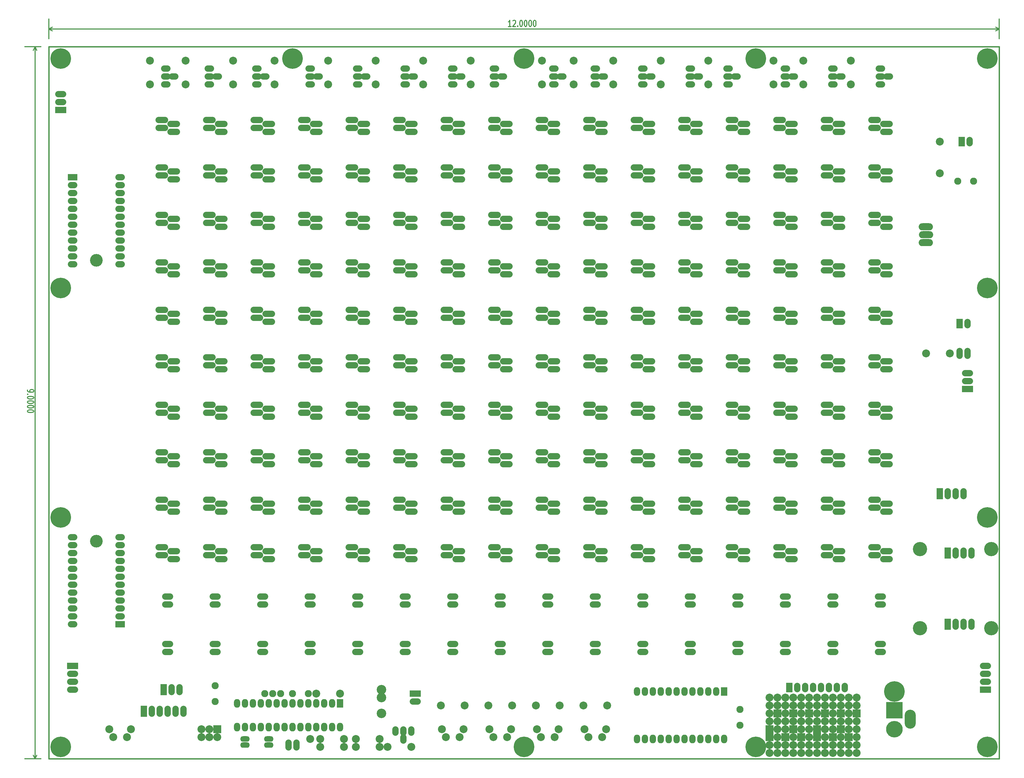
<source format=gbs>
G04 (created by PCBNEW-RS274X (2010-05-05 BZR 2356)-stable) date 01/08/11 21:12:40*
G01*
G70*
G90*
%MOIN*%
G04 Gerber Fmt 3.4, Leading zero omitted, Abs format*
%FSLAX34Y34*%
G04 APERTURE LIST*
%ADD10C,0.005000*%
%ADD11C,0.012000*%
%ADD12C,0.015000*%
%ADD13C,0.090000*%
%ADD14C,0.100000*%
%ADD15O,0.120000X0.070000*%
%ADD16R,0.080000X0.110000*%
%ADD17O,0.080000X0.110000*%
%ADD18C,0.180000*%
%ADD19R,0.100000X0.100000*%
%ADD20R,0.120000X0.080000*%
%ADD21O,0.120000X0.080000*%
%ADD22O,0.080000X0.140000*%
%ADD23O,0.160000X0.080000*%
%ADD24O,0.180000X0.090000*%
%ADD25C,0.120000*%
%ADD26O,0.140000X0.080000*%
%ADD27R,0.080000X0.120000*%
%ADD28O,0.080000X0.120000*%
%ADD29R,0.080000X0.140000*%
%ADD30R,0.140000X0.080000*%
%ADD31C,0.209000*%
%ADD32R,0.209000X0.209000*%
%ADD33O,0.140000X0.240000*%
%ADD34C,0.160000*%
%ADD35C,0.260000*%
G04 APERTURE END LIST*
G54D10*
G54D11*
X07287Y-53372D02*
X07287Y-53487D01*
X07325Y-53544D01*
X07363Y-53572D01*
X07478Y-53630D01*
X07630Y-53658D01*
X07935Y-53658D01*
X08011Y-53630D01*
X08049Y-53601D01*
X08087Y-53544D01*
X08087Y-53430D01*
X08049Y-53372D01*
X08011Y-53344D01*
X07935Y-53315D01*
X07744Y-53315D01*
X07668Y-53344D01*
X07630Y-53372D01*
X07592Y-53430D01*
X07592Y-53544D01*
X07630Y-53601D01*
X07668Y-53630D01*
X07744Y-53658D01*
X07363Y-53915D02*
X07325Y-53943D01*
X07287Y-53915D01*
X07325Y-53886D01*
X07363Y-53915D01*
X07287Y-53915D01*
X08087Y-54315D02*
X08087Y-54372D01*
X08049Y-54429D01*
X08011Y-54458D01*
X07935Y-54487D01*
X07782Y-54515D01*
X07592Y-54515D01*
X07440Y-54487D01*
X07363Y-54458D01*
X07325Y-54429D01*
X07287Y-54372D01*
X07287Y-54315D01*
X07325Y-54258D01*
X07363Y-54229D01*
X07440Y-54201D01*
X07592Y-54172D01*
X07782Y-54172D01*
X07935Y-54201D01*
X08011Y-54229D01*
X08049Y-54258D01*
X08087Y-54315D01*
X08087Y-54886D02*
X08087Y-54943D01*
X08049Y-55000D01*
X08011Y-55029D01*
X07935Y-55058D01*
X07782Y-55086D01*
X07592Y-55086D01*
X07440Y-55058D01*
X07363Y-55029D01*
X07325Y-55000D01*
X07287Y-54943D01*
X07287Y-54886D01*
X07325Y-54829D01*
X07363Y-54800D01*
X07440Y-54772D01*
X07592Y-54743D01*
X07782Y-54743D01*
X07935Y-54772D01*
X08011Y-54800D01*
X08049Y-54829D01*
X08087Y-54886D01*
X08087Y-55457D02*
X08087Y-55514D01*
X08049Y-55571D01*
X08011Y-55600D01*
X07935Y-55629D01*
X07782Y-55657D01*
X07592Y-55657D01*
X07440Y-55629D01*
X07363Y-55600D01*
X07325Y-55571D01*
X07287Y-55514D01*
X07287Y-55457D01*
X07325Y-55400D01*
X07363Y-55371D01*
X07440Y-55343D01*
X07592Y-55314D01*
X07782Y-55314D01*
X07935Y-55343D01*
X08011Y-55371D01*
X08049Y-55400D01*
X08087Y-55457D01*
X08087Y-56028D02*
X08087Y-56085D01*
X08049Y-56142D01*
X08011Y-56171D01*
X07935Y-56200D01*
X07782Y-56228D01*
X07592Y-56228D01*
X07440Y-56200D01*
X07363Y-56171D01*
X07325Y-56142D01*
X07287Y-56085D01*
X07287Y-56028D01*
X07325Y-55971D01*
X07363Y-55942D01*
X07440Y-55914D01*
X07592Y-55885D01*
X07782Y-55885D01*
X07935Y-55914D01*
X08011Y-55942D01*
X08049Y-55971D01*
X08087Y-56028D01*
X08251Y-10000D02*
X08251Y-100000D01*
X09000Y-10000D02*
X06971Y-10000D01*
X09000Y-100000D02*
X06971Y-100000D01*
X08251Y-100000D02*
X08021Y-99557D01*
X08251Y-100000D02*
X08481Y-99557D01*
X08251Y-10000D02*
X08021Y-10443D01*
X08251Y-10000D02*
X08481Y-10443D01*
X68373Y-07435D02*
X68030Y-07435D01*
X68202Y-07435D02*
X68202Y-06635D01*
X68145Y-06749D01*
X68087Y-06825D01*
X68030Y-06863D01*
X68601Y-06711D02*
X68630Y-06673D01*
X68687Y-06635D01*
X68830Y-06635D01*
X68887Y-06673D01*
X68916Y-06711D01*
X68944Y-06787D01*
X68944Y-06863D01*
X68916Y-06978D01*
X68573Y-07435D01*
X68944Y-07435D01*
X69201Y-07359D02*
X69229Y-07397D01*
X69201Y-07435D01*
X69172Y-07397D01*
X69201Y-07359D01*
X69201Y-07435D01*
X69601Y-06635D02*
X69658Y-06635D01*
X69715Y-06673D01*
X69744Y-06711D01*
X69773Y-06787D01*
X69801Y-06940D01*
X69801Y-07130D01*
X69773Y-07282D01*
X69744Y-07359D01*
X69715Y-07397D01*
X69658Y-07435D01*
X69601Y-07435D01*
X69544Y-07397D01*
X69515Y-07359D01*
X69487Y-07282D01*
X69458Y-07130D01*
X69458Y-06940D01*
X69487Y-06787D01*
X69515Y-06711D01*
X69544Y-06673D01*
X69601Y-06635D01*
X70172Y-06635D02*
X70229Y-06635D01*
X70286Y-06673D01*
X70315Y-06711D01*
X70344Y-06787D01*
X70372Y-06940D01*
X70372Y-07130D01*
X70344Y-07282D01*
X70315Y-07359D01*
X70286Y-07397D01*
X70229Y-07435D01*
X70172Y-07435D01*
X70115Y-07397D01*
X70086Y-07359D01*
X70058Y-07282D01*
X70029Y-07130D01*
X70029Y-06940D01*
X70058Y-06787D01*
X70086Y-06711D01*
X70115Y-06673D01*
X70172Y-06635D01*
X70743Y-06635D02*
X70800Y-06635D01*
X70857Y-06673D01*
X70886Y-06711D01*
X70915Y-06787D01*
X70943Y-06940D01*
X70943Y-07130D01*
X70915Y-07282D01*
X70886Y-07359D01*
X70857Y-07397D01*
X70800Y-07435D01*
X70743Y-07435D01*
X70686Y-07397D01*
X70657Y-07359D01*
X70629Y-07282D01*
X70600Y-07130D01*
X70600Y-06940D01*
X70629Y-06787D01*
X70657Y-06711D01*
X70686Y-06673D01*
X70743Y-06635D01*
X71314Y-06635D02*
X71371Y-06635D01*
X71428Y-06673D01*
X71457Y-06711D01*
X71486Y-06787D01*
X71514Y-06940D01*
X71514Y-07130D01*
X71486Y-07282D01*
X71457Y-07359D01*
X71428Y-07397D01*
X71371Y-07435D01*
X71314Y-07435D01*
X71257Y-07397D01*
X71228Y-07359D01*
X71200Y-07282D01*
X71171Y-07130D01*
X71171Y-06940D01*
X71200Y-06787D01*
X71228Y-06711D01*
X71257Y-06673D01*
X71314Y-06635D01*
X10000Y-07751D02*
X130000Y-07751D01*
X10000Y-09000D02*
X10000Y-06471D01*
X130000Y-09000D02*
X130000Y-06471D01*
X130000Y-07751D02*
X129557Y-07981D01*
X130000Y-07751D02*
X129557Y-07521D01*
X10000Y-07751D02*
X10443Y-07981D01*
X10000Y-07751D02*
X10443Y-07521D01*
G54D12*
X10000Y-100000D02*
X10000Y-10000D01*
X130000Y-100000D02*
X10000Y-100000D01*
X130000Y-10000D02*
X130000Y-100000D01*
X10000Y-10000D02*
X130000Y-10000D01*
G54D13*
X39250Y-91750D03*
X37250Y-91750D03*
X38250Y-91750D03*
G54D14*
X51750Y-97500D03*
X48750Y-97500D03*
X52750Y-98500D03*
X55750Y-98500D03*
X44250Y-98500D03*
X47250Y-98500D03*
X123750Y-48750D03*
X120750Y-48750D03*
G54D15*
X37750Y-98250D03*
X34750Y-98250D03*
G54D14*
X43750Y-91750D03*
X46750Y-91750D03*
X48750Y-98500D03*
X51750Y-98500D03*
X27250Y-14750D03*
X27250Y-11750D03*
X33250Y-14750D03*
X33250Y-11750D03*
X38500Y-14750D03*
X38500Y-11750D03*
X45250Y-14750D03*
X45250Y-11750D03*
X51250Y-14750D03*
X51250Y-11750D03*
X57250Y-14750D03*
X57250Y-11750D03*
X63250Y-14750D03*
X63250Y-11750D03*
X72250Y-14750D03*
X72250Y-11750D03*
X76250Y-14750D03*
X76250Y-11750D03*
X81250Y-14750D03*
X81250Y-11750D03*
X87250Y-14750D03*
X87250Y-11750D03*
X93250Y-14750D03*
X93250Y-11750D03*
X101500Y-14750D03*
X101500Y-11750D03*
X105250Y-14750D03*
X105250Y-11750D03*
X111250Y-14750D03*
X111250Y-11750D03*
X59500Y-93250D03*
X62500Y-93250D03*
X65500Y-93250D03*
X68500Y-93250D03*
X71500Y-93250D03*
X74500Y-93250D03*
X47250Y-97500D03*
X44250Y-97500D03*
X22750Y-14750D03*
X22750Y-11750D03*
X122500Y-26000D03*
X122500Y-22000D03*
G54D13*
X124750Y-27000D03*
X126750Y-27000D03*
X31000Y-92750D03*
X31000Y-90750D03*
X97250Y-93750D03*
X97250Y-95750D03*
X42750Y-91750D03*
X40750Y-91750D03*
G54D16*
X46750Y-93000D03*
G54D17*
X45750Y-93000D03*
X44750Y-93000D03*
X43750Y-93000D03*
X42750Y-93000D03*
X41750Y-93000D03*
X40750Y-93000D03*
X39750Y-93000D03*
X38750Y-93000D03*
X37750Y-93000D03*
X36750Y-93000D03*
X35750Y-93000D03*
X34750Y-93000D03*
X33750Y-93000D03*
X33750Y-96000D03*
X34750Y-96000D03*
X35750Y-96000D03*
X36750Y-96000D03*
X37750Y-96000D03*
X38750Y-96000D03*
X39750Y-96000D03*
X40750Y-96000D03*
X41750Y-96000D03*
X42750Y-96000D03*
X43750Y-96000D03*
X44750Y-96000D03*
X45750Y-96000D03*
X46750Y-96000D03*
G54D14*
X77500Y-93250D03*
X80500Y-93250D03*
G54D18*
X120000Y-83500D03*
X129000Y-83500D03*
X120000Y-73500D03*
X129000Y-73500D03*
G54D19*
X102000Y-94250D03*
G54D14*
X102000Y-93250D03*
X102000Y-92250D03*
X101000Y-92250D03*
X101000Y-93250D03*
X101000Y-94250D03*
G54D19*
X104000Y-94250D03*
G54D14*
X104000Y-93250D03*
X104000Y-92250D03*
X103000Y-92250D03*
X103000Y-93250D03*
X103000Y-94250D03*
G54D19*
X106000Y-94250D03*
G54D14*
X106000Y-93250D03*
X106000Y-92250D03*
X105000Y-92250D03*
X105000Y-93250D03*
X105000Y-94250D03*
G54D19*
X108000Y-94250D03*
G54D14*
X108000Y-93250D03*
X108000Y-92250D03*
X107000Y-92250D03*
X107000Y-93250D03*
X107000Y-94250D03*
G54D19*
X110000Y-94250D03*
G54D14*
X110000Y-93250D03*
X110000Y-92250D03*
X109000Y-92250D03*
X109000Y-93250D03*
X109000Y-94250D03*
G54D19*
X112000Y-94250D03*
G54D14*
X112000Y-93250D03*
X112000Y-92250D03*
X111000Y-92250D03*
X111000Y-93250D03*
X111000Y-94250D03*
G54D19*
X101000Y-97250D03*
G54D14*
X101000Y-98250D03*
X101000Y-99250D03*
X102000Y-99250D03*
X102000Y-98250D03*
X102000Y-97250D03*
G54D19*
X103000Y-97250D03*
G54D14*
X103000Y-98250D03*
X103000Y-99250D03*
X104000Y-99250D03*
X104000Y-98250D03*
X104000Y-97250D03*
G54D19*
X105000Y-97250D03*
G54D14*
X105000Y-98250D03*
X105000Y-99250D03*
X106000Y-99250D03*
X106000Y-98250D03*
X106000Y-97250D03*
G54D19*
X107000Y-97250D03*
G54D14*
X107000Y-98250D03*
X107000Y-99250D03*
X108000Y-99250D03*
X108000Y-98250D03*
X108000Y-97250D03*
G54D19*
X109000Y-97250D03*
G54D14*
X109000Y-98250D03*
X109000Y-99250D03*
X110000Y-99250D03*
X110000Y-98250D03*
X110000Y-97250D03*
G54D19*
X111000Y-97250D03*
G54D14*
X111000Y-98250D03*
X111000Y-99250D03*
X112000Y-99250D03*
X112000Y-98250D03*
X112000Y-97250D03*
G54D19*
X101000Y-96250D03*
G54D14*
X102000Y-96250D03*
X103000Y-96250D03*
X103000Y-95250D03*
X102000Y-95250D03*
X101000Y-95250D03*
G54D19*
X104000Y-96250D03*
G54D14*
X105000Y-96250D03*
X106000Y-96250D03*
X106000Y-95250D03*
X105000Y-95250D03*
X104000Y-95250D03*
G54D19*
X107000Y-96250D03*
G54D14*
X108000Y-96250D03*
X109000Y-96250D03*
X109000Y-95250D03*
X108000Y-95250D03*
X107000Y-95250D03*
G54D19*
X110000Y-96250D03*
G54D14*
X111000Y-96250D03*
X112000Y-96250D03*
X112000Y-95250D03*
X111000Y-95250D03*
X110000Y-95250D03*
G54D16*
X95250Y-91500D03*
G54D17*
X94250Y-91500D03*
X93250Y-91500D03*
X92250Y-91500D03*
X91250Y-91500D03*
X90250Y-91500D03*
X89250Y-91500D03*
X88250Y-91500D03*
X87250Y-91500D03*
X86250Y-91500D03*
X85250Y-91500D03*
X84250Y-91500D03*
X84250Y-97500D03*
X85250Y-97500D03*
X86250Y-97500D03*
X87250Y-97500D03*
X88250Y-97500D03*
X89250Y-97500D03*
X90250Y-97500D03*
X91250Y-97500D03*
X92250Y-97500D03*
X93250Y-97500D03*
X94250Y-97500D03*
X95250Y-97500D03*
G54D20*
X13000Y-26500D03*
G54D21*
X13000Y-27500D03*
X13000Y-28500D03*
X13000Y-29500D03*
X13000Y-30500D03*
X13000Y-31500D03*
X13000Y-32500D03*
X13000Y-33500D03*
X13000Y-34500D03*
X13000Y-35500D03*
X13000Y-36500D03*
X13000Y-37500D03*
X19000Y-37500D03*
X19000Y-36500D03*
X19000Y-35500D03*
X19000Y-34500D03*
X19000Y-33500D03*
X19000Y-32500D03*
X19000Y-31500D03*
X19000Y-30500D03*
X19000Y-29500D03*
X19000Y-28500D03*
X19000Y-27500D03*
X19000Y-26500D03*
G54D20*
X19000Y-83000D03*
G54D21*
X19000Y-82000D03*
X19000Y-81000D03*
X19000Y-80000D03*
X19000Y-79000D03*
X19000Y-78000D03*
X19000Y-77000D03*
X19000Y-76000D03*
X19000Y-75000D03*
X19000Y-74000D03*
X19000Y-73000D03*
X19000Y-72000D03*
X13000Y-72000D03*
X13000Y-73000D03*
X13000Y-74000D03*
X13000Y-75000D03*
X13000Y-76000D03*
X13000Y-77000D03*
X13000Y-78000D03*
X13000Y-79000D03*
X13000Y-80000D03*
X13000Y-81000D03*
X13000Y-82000D03*
X13000Y-83000D03*
G54D22*
X40250Y-98250D03*
X41250Y-98250D03*
X125000Y-48750D03*
X126000Y-48750D03*
G54D23*
X115750Y-74750D03*
X114250Y-74250D03*
X115750Y-73750D03*
X114250Y-73250D03*
X109750Y-74750D03*
X108250Y-74250D03*
X109750Y-73750D03*
X108250Y-73250D03*
X103750Y-74750D03*
X102250Y-74250D03*
X103750Y-73750D03*
X102250Y-73250D03*
X97750Y-74750D03*
X96250Y-74250D03*
X97750Y-73750D03*
X96250Y-73250D03*
X91750Y-74750D03*
X90250Y-74250D03*
X91750Y-73750D03*
X90250Y-73250D03*
X85750Y-74750D03*
X84250Y-74250D03*
X85750Y-73750D03*
X84250Y-73250D03*
X79750Y-74750D03*
X78250Y-74250D03*
X79750Y-73750D03*
X78250Y-73250D03*
X73750Y-74750D03*
X72250Y-74250D03*
X73750Y-73750D03*
X72250Y-73250D03*
X67750Y-74750D03*
X66250Y-74250D03*
X67750Y-73750D03*
X66250Y-73250D03*
X61750Y-74750D03*
X60250Y-74250D03*
X61750Y-73750D03*
X60250Y-73250D03*
X55750Y-74750D03*
X54250Y-74250D03*
X55750Y-73750D03*
X54250Y-73250D03*
X49750Y-74750D03*
X48250Y-74250D03*
X49750Y-73750D03*
X48250Y-73250D03*
X43750Y-74750D03*
X42250Y-74250D03*
X43750Y-73750D03*
X42250Y-73250D03*
X37750Y-74750D03*
X36250Y-74250D03*
X37750Y-73750D03*
X36250Y-73250D03*
X31750Y-74750D03*
X30250Y-74250D03*
X31750Y-73750D03*
X30250Y-73250D03*
X25750Y-74750D03*
X24250Y-74250D03*
X25750Y-73750D03*
X24250Y-73250D03*
X115750Y-68750D03*
X114250Y-68250D03*
X115750Y-67750D03*
X114250Y-67250D03*
X109750Y-68750D03*
X108250Y-68250D03*
X109750Y-67750D03*
X108250Y-67250D03*
X103750Y-68750D03*
X102250Y-68250D03*
X103750Y-67750D03*
X102250Y-67250D03*
X97750Y-68750D03*
X96250Y-68250D03*
X97750Y-67750D03*
X96250Y-67250D03*
X91750Y-68750D03*
X90250Y-68250D03*
X91750Y-67750D03*
X90250Y-67250D03*
X85750Y-68750D03*
X84250Y-68250D03*
X85750Y-67750D03*
X84250Y-67250D03*
X79750Y-68750D03*
X78250Y-68250D03*
X79750Y-67750D03*
X78250Y-67250D03*
X73750Y-68750D03*
X72250Y-68250D03*
X73750Y-67750D03*
X72250Y-67250D03*
X67750Y-68750D03*
X66250Y-68250D03*
X67750Y-67750D03*
X66250Y-67250D03*
X61750Y-68750D03*
X60250Y-68250D03*
X61750Y-67750D03*
X60250Y-67250D03*
X55750Y-68750D03*
X54250Y-68250D03*
X55750Y-67750D03*
X54250Y-67250D03*
X49750Y-68750D03*
X48250Y-68250D03*
X49750Y-67750D03*
X48250Y-67250D03*
X43750Y-68750D03*
X42250Y-68250D03*
X43750Y-67750D03*
X42250Y-67250D03*
X37750Y-68750D03*
X36250Y-68250D03*
X37750Y-67750D03*
X36250Y-67250D03*
X31750Y-68750D03*
X30250Y-68250D03*
X31750Y-67750D03*
X30250Y-67250D03*
X25750Y-68750D03*
X24250Y-68250D03*
X25750Y-67750D03*
X24250Y-67250D03*
X115750Y-62750D03*
X114250Y-62250D03*
X115750Y-61750D03*
X114250Y-61250D03*
X109750Y-62750D03*
X108250Y-62250D03*
X109750Y-61750D03*
X108250Y-61250D03*
X103750Y-62750D03*
X102250Y-62250D03*
X103750Y-61750D03*
X102250Y-61250D03*
X97750Y-62750D03*
X96250Y-62250D03*
X97750Y-61750D03*
X96250Y-61250D03*
X91750Y-62750D03*
X90250Y-62250D03*
X91750Y-61750D03*
X90250Y-61250D03*
X85750Y-62750D03*
X84250Y-62250D03*
X85750Y-61750D03*
X84250Y-61250D03*
X79750Y-62750D03*
X78250Y-62250D03*
X79750Y-61750D03*
X78250Y-61250D03*
X73750Y-62750D03*
X72250Y-62250D03*
X73750Y-61750D03*
X72250Y-61250D03*
X67750Y-62750D03*
X66250Y-62250D03*
X67750Y-61750D03*
X66250Y-61250D03*
X61750Y-62750D03*
X60250Y-62250D03*
X61750Y-61750D03*
X60250Y-61250D03*
X55750Y-62750D03*
X54250Y-62250D03*
X55750Y-61750D03*
X54250Y-61250D03*
X49750Y-62750D03*
X48250Y-62250D03*
X49750Y-61750D03*
X48250Y-61250D03*
X43750Y-62750D03*
X42250Y-62250D03*
X43750Y-61750D03*
X42250Y-61250D03*
X37750Y-62750D03*
X36250Y-62250D03*
X37750Y-61750D03*
X36250Y-61250D03*
X31750Y-62750D03*
X30250Y-62250D03*
X31750Y-61750D03*
X30250Y-61250D03*
X25750Y-62750D03*
X24250Y-62250D03*
X25750Y-61750D03*
X24250Y-61250D03*
X115750Y-56750D03*
X114250Y-56250D03*
X115750Y-55750D03*
X114250Y-55250D03*
X109750Y-56750D03*
X108250Y-56250D03*
X109750Y-55750D03*
X108250Y-55250D03*
X103750Y-56750D03*
X102250Y-56250D03*
X103750Y-55750D03*
X102250Y-55250D03*
X97750Y-56750D03*
X96250Y-56250D03*
X97750Y-55750D03*
X96250Y-55250D03*
X91750Y-56750D03*
X90250Y-56250D03*
X91750Y-55750D03*
X90250Y-55250D03*
X85750Y-56750D03*
X84250Y-56250D03*
X85750Y-55750D03*
X84250Y-55250D03*
X79750Y-56750D03*
X78250Y-56250D03*
X79750Y-55750D03*
X78250Y-55250D03*
X73750Y-56750D03*
X72250Y-56250D03*
X73750Y-55750D03*
X72250Y-55250D03*
X67750Y-56750D03*
X66250Y-56250D03*
X67750Y-55750D03*
X66250Y-55250D03*
X61750Y-56750D03*
X60250Y-56250D03*
X61750Y-55750D03*
X60250Y-55250D03*
X55750Y-56750D03*
X54250Y-56250D03*
X55750Y-55750D03*
X54250Y-55250D03*
X49750Y-56750D03*
X48250Y-56250D03*
X49750Y-55750D03*
X48250Y-55250D03*
X43750Y-56750D03*
X42250Y-56250D03*
X43750Y-55750D03*
X42250Y-55250D03*
X37750Y-56750D03*
X36250Y-56250D03*
X37750Y-55750D03*
X36250Y-55250D03*
X31750Y-56750D03*
X30250Y-56250D03*
X31750Y-55750D03*
X30250Y-55250D03*
X25750Y-56750D03*
X24250Y-56250D03*
X25750Y-55750D03*
X24250Y-55250D03*
X115750Y-50750D03*
X114250Y-50250D03*
X115750Y-49750D03*
X114250Y-49250D03*
X109750Y-50750D03*
X108250Y-50250D03*
X109750Y-49750D03*
X108250Y-49250D03*
X103750Y-50750D03*
X102250Y-50250D03*
X103750Y-49750D03*
X102250Y-49250D03*
X97750Y-50750D03*
X96250Y-50250D03*
X97750Y-49750D03*
X96250Y-49250D03*
X91750Y-50750D03*
X90250Y-50250D03*
X91750Y-49750D03*
X90250Y-49250D03*
X85750Y-50750D03*
X84250Y-50250D03*
X85750Y-49750D03*
X84250Y-49250D03*
X79750Y-50750D03*
X78250Y-50250D03*
X79750Y-49750D03*
X78250Y-49250D03*
X73750Y-50750D03*
X72250Y-50250D03*
X73750Y-49750D03*
X72250Y-49250D03*
X67750Y-50750D03*
X66250Y-50250D03*
X67750Y-49750D03*
X66250Y-49250D03*
X61750Y-50750D03*
X60250Y-50250D03*
X61750Y-49750D03*
X60250Y-49250D03*
X55750Y-50750D03*
X54250Y-50250D03*
X55750Y-49750D03*
X54250Y-49250D03*
X49750Y-50750D03*
X48250Y-50250D03*
X49750Y-49750D03*
X48250Y-49250D03*
X43750Y-50750D03*
X42250Y-50250D03*
X43750Y-49750D03*
X42250Y-49250D03*
X37750Y-50750D03*
X36250Y-50250D03*
X37750Y-49750D03*
X36250Y-49250D03*
X31750Y-50750D03*
X30250Y-50250D03*
X31750Y-49750D03*
X30250Y-49250D03*
X25750Y-50750D03*
X24250Y-50250D03*
X25750Y-49750D03*
X24250Y-49250D03*
X115750Y-44750D03*
X114250Y-44250D03*
X115750Y-43750D03*
X114250Y-43250D03*
X109750Y-44750D03*
X108250Y-44250D03*
X109750Y-43750D03*
X108250Y-43250D03*
X103750Y-44750D03*
X102250Y-44250D03*
X103750Y-43750D03*
X102250Y-43250D03*
X97750Y-44750D03*
X96250Y-44250D03*
X97750Y-43750D03*
X96250Y-43250D03*
X91750Y-44750D03*
X90250Y-44250D03*
X91750Y-43750D03*
X90250Y-43250D03*
X85750Y-44750D03*
X84250Y-44250D03*
X85750Y-43750D03*
X84250Y-43250D03*
X79750Y-44750D03*
X78250Y-44250D03*
X79750Y-43750D03*
X78250Y-43250D03*
X73750Y-44750D03*
X72250Y-44250D03*
X73750Y-43750D03*
X72250Y-43250D03*
X67750Y-44750D03*
X66250Y-44250D03*
X67750Y-43750D03*
X66250Y-43250D03*
X61750Y-44750D03*
X60250Y-44250D03*
X61750Y-43750D03*
X60250Y-43250D03*
X55750Y-44750D03*
X54250Y-44250D03*
X55750Y-43750D03*
X54250Y-43250D03*
X49750Y-44750D03*
X48250Y-44250D03*
X49750Y-43750D03*
X48250Y-43250D03*
X43750Y-44750D03*
X42250Y-44250D03*
X43750Y-43750D03*
X42250Y-43250D03*
X37750Y-44750D03*
X36250Y-44250D03*
X37750Y-43750D03*
X36250Y-43250D03*
X31750Y-44750D03*
X30250Y-44250D03*
X31750Y-43750D03*
X30250Y-43250D03*
X25750Y-44750D03*
X24250Y-44250D03*
X25750Y-43750D03*
X24250Y-43250D03*
X115750Y-38750D03*
X114250Y-38250D03*
X115750Y-37750D03*
X114250Y-37250D03*
X109750Y-38750D03*
X108250Y-38250D03*
X109750Y-37750D03*
X108250Y-37250D03*
X103750Y-38750D03*
X102250Y-38250D03*
X103750Y-37750D03*
X102250Y-37250D03*
X97750Y-38750D03*
X96250Y-38250D03*
X97750Y-37750D03*
X96250Y-37250D03*
X91750Y-38750D03*
X90250Y-38250D03*
X91750Y-37750D03*
X90250Y-37250D03*
X85750Y-38750D03*
X84250Y-38250D03*
X85750Y-37750D03*
X84250Y-37250D03*
X79750Y-38750D03*
X78250Y-38250D03*
X79750Y-37750D03*
X78250Y-37250D03*
X73750Y-38750D03*
X72250Y-38250D03*
X73750Y-37750D03*
X72250Y-37250D03*
X67750Y-38750D03*
X66250Y-38250D03*
X67750Y-37750D03*
X66250Y-37250D03*
X61750Y-38750D03*
X60250Y-38250D03*
X61750Y-37750D03*
X60250Y-37250D03*
X55750Y-38750D03*
X54250Y-38250D03*
X55750Y-37750D03*
X54250Y-37250D03*
X49750Y-38750D03*
X48250Y-38250D03*
X49750Y-37750D03*
X48250Y-37250D03*
X43750Y-38750D03*
X42250Y-38250D03*
X43750Y-37750D03*
X42250Y-37250D03*
X37750Y-38750D03*
X36250Y-38250D03*
X37750Y-37750D03*
X36250Y-37250D03*
X31750Y-38750D03*
X30250Y-38250D03*
X31750Y-37750D03*
X30250Y-37250D03*
X25750Y-38750D03*
X24250Y-38250D03*
X25750Y-37750D03*
X24250Y-37250D03*
X115750Y-32750D03*
X114250Y-32250D03*
X115750Y-31750D03*
X114250Y-31250D03*
X109750Y-32750D03*
X108250Y-32250D03*
X109750Y-31750D03*
X108250Y-31250D03*
X103750Y-32750D03*
X102250Y-32250D03*
X103750Y-31750D03*
X102250Y-31250D03*
X97750Y-32750D03*
X96250Y-32250D03*
X97750Y-31750D03*
X96250Y-31250D03*
X91750Y-32750D03*
X90250Y-32250D03*
X91750Y-31750D03*
X90250Y-31250D03*
X85750Y-32750D03*
X84250Y-32250D03*
X85750Y-31750D03*
X84250Y-31250D03*
X79750Y-32750D03*
X78250Y-32250D03*
X79750Y-31750D03*
X78250Y-31250D03*
X73750Y-32750D03*
X72250Y-32250D03*
X73750Y-31750D03*
X72250Y-31250D03*
X67750Y-32750D03*
X66250Y-32250D03*
X67750Y-31750D03*
X66250Y-31250D03*
X61750Y-32750D03*
X60250Y-32250D03*
X61750Y-31750D03*
X60250Y-31250D03*
X55750Y-32750D03*
X54250Y-32250D03*
X55750Y-31750D03*
X54250Y-31250D03*
X49750Y-32750D03*
X48250Y-32250D03*
X49750Y-31750D03*
X48250Y-31250D03*
X43750Y-32750D03*
X42250Y-32250D03*
X43750Y-31750D03*
X42250Y-31250D03*
X37750Y-32750D03*
X36250Y-32250D03*
X37750Y-31750D03*
X36250Y-31250D03*
X31750Y-32750D03*
X30250Y-32250D03*
X31750Y-31750D03*
X30250Y-31250D03*
X25750Y-32750D03*
X24250Y-32250D03*
X25750Y-31750D03*
X24250Y-31250D03*
X115750Y-26750D03*
X114250Y-26250D03*
X115750Y-25750D03*
X114250Y-25250D03*
X109750Y-26750D03*
X108250Y-26250D03*
X109750Y-25750D03*
X108250Y-25250D03*
X103750Y-26750D03*
X102250Y-26250D03*
X103750Y-25750D03*
X102250Y-25250D03*
X97750Y-26750D03*
X96250Y-26250D03*
X97750Y-25750D03*
X96250Y-25250D03*
X91750Y-26750D03*
X90250Y-26250D03*
X91750Y-25750D03*
X90250Y-25250D03*
X85750Y-26750D03*
X84250Y-26250D03*
X85750Y-25750D03*
X84250Y-25250D03*
X79750Y-26750D03*
X78250Y-26250D03*
X79750Y-25750D03*
X78250Y-25250D03*
X73750Y-26750D03*
X72250Y-26250D03*
X73750Y-25750D03*
X72250Y-25250D03*
X67750Y-26750D03*
X66250Y-26250D03*
X67750Y-25750D03*
X66250Y-25250D03*
X61750Y-26750D03*
X60250Y-26250D03*
X61750Y-25750D03*
X60250Y-25250D03*
X55750Y-26750D03*
X54250Y-26250D03*
X55750Y-25750D03*
X54250Y-25250D03*
X49750Y-26750D03*
X48250Y-26250D03*
X49750Y-25750D03*
X48250Y-25250D03*
X43750Y-26750D03*
X42250Y-26250D03*
X43750Y-25750D03*
X42250Y-25250D03*
X37750Y-26750D03*
X36250Y-26250D03*
X37750Y-25750D03*
X36250Y-25250D03*
X31750Y-26750D03*
X30250Y-26250D03*
X31750Y-25750D03*
X30250Y-25250D03*
X25750Y-26750D03*
X24250Y-26250D03*
X25750Y-25750D03*
X24250Y-25250D03*
X115750Y-20750D03*
X114250Y-20250D03*
X115750Y-19750D03*
X114250Y-19250D03*
X109750Y-20750D03*
X108250Y-20250D03*
X109750Y-19750D03*
X108250Y-19250D03*
X103750Y-20750D03*
X102250Y-20250D03*
X103750Y-19750D03*
X102250Y-19250D03*
X97750Y-20750D03*
X96250Y-20250D03*
X97750Y-19750D03*
X96250Y-19250D03*
X91750Y-20750D03*
X90250Y-20250D03*
X91750Y-19750D03*
X90250Y-19250D03*
X85750Y-20750D03*
X84250Y-20250D03*
X85750Y-19750D03*
X84250Y-19250D03*
X79750Y-20750D03*
X78250Y-20250D03*
X79750Y-19750D03*
X78250Y-19250D03*
X73750Y-20750D03*
X72250Y-20250D03*
X73750Y-19750D03*
X72250Y-19250D03*
X67750Y-20750D03*
X66250Y-20250D03*
X67750Y-19750D03*
X66250Y-19250D03*
X61750Y-20750D03*
X60250Y-20250D03*
X61750Y-19750D03*
X60250Y-19250D03*
X55750Y-20750D03*
X54250Y-20250D03*
X55750Y-19750D03*
X54250Y-19250D03*
X49750Y-20750D03*
X48250Y-20250D03*
X49750Y-19750D03*
X48250Y-19250D03*
X43750Y-20750D03*
X42250Y-20250D03*
X43750Y-19750D03*
X42250Y-19250D03*
X37750Y-20750D03*
X36250Y-20250D03*
X37750Y-19750D03*
X36250Y-19250D03*
X31750Y-20750D03*
X30250Y-20250D03*
X31750Y-19750D03*
X30250Y-19250D03*
X25750Y-20750D03*
X24250Y-20250D03*
X25750Y-19750D03*
X24250Y-19250D03*
G54D24*
X120720Y-34750D03*
X120720Y-32750D03*
X120750Y-33750D03*
G54D25*
X52000Y-94250D03*
X52000Y-91250D03*
X52000Y-92250D03*
G54D26*
X115000Y-85500D03*
X115000Y-86500D03*
X109000Y-85500D03*
X109000Y-86500D03*
X103000Y-85500D03*
X103000Y-86500D03*
X97000Y-85500D03*
X97000Y-86500D03*
X91000Y-85500D03*
X91000Y-86500D03*
X85000Y-85500D03*
X85000Y-86500D03*
X79000Y-85500D03*
X79000Y-86500D03*
X73000Y-85500D03*
X73000Y-86500D03*
X67000Y-85500D03*
X67000Y-86500D03*
X61000Y-85500D03*
X61000Y-86500D03*
X55000Y-85500D03*
X55000Y-86500D03*
X49000Y-85500D03*
X49000Y-86500D03*
X43000Y-85500D03*
X43000Y-86500D03*
X37000Y-85500D03*
X37000Y-86500D03*
X31000Y-85500D03*
X31000Y-86500D03*
X25000Y-85500D03*
X25000Y-86500D03*
X115000Y-79500D03*
X115000Y-80500D03*
X109000Y-79500D03*
X109000Y-80500D03*
X103000Y-79500D03*
X103000Y-80500D03*
X97000Y-79500D03*
X97000Y-80500D03*
X91000Y-79500D03*
X91000Y-80500D03*
X85000Y-79500D03*
X85000Y-80500D03*
X79000Y-79500D03*
X79000Y-80500D03*
X73000Y-79500D03*
X73000Y-80500D03*
X67000Y-79500D03*
X67000Y-80500D03*
X61000Y-79500D03*
X61000Y-80500D03*
X55000Y-79500D03*
X55000Y-80500D03*
X49000Y-79500D03*
X49000Y-80500D03*
X43000Y-79500D03*
X43000Y-80500D03*
X37000Y-79500D03*
X37000Y-80500D03*
X31000Y-79500D03*
X31000Y-80500D03*
X25000Y-79500D03*
X25000Y-80500D03*
G54D27*
X125000Y-45000D03*
G54D28*
X126000Y-45000D03*
G54D27*
X125250Y-22000D03*
G54D28*
X126250Y-22000D03*
G54D14*
X72125Y-97250D03*
X73875Y-97250D03*
X71625Y-96250D03*
X74375Y-96250D03*
X66125Y-97250D03*
X67875Y-97250D03*
X65625Y-96250D03*
X68375Y-96250D03*
X60125Y-97250D03*
X61875Y-97250D03*
X59625Y-96250D03*
X62375Y-96250D03*
X18125Y-97250D03*
X19875Y-97250D03*
X17625Y-96250D03*
X20375Y-96250D03*
X78125Y-97250D03*
X79875Y-97250D03*
X77625Y-96250D03*
X80375Y-96250D03*
X43000Y-97500D03*
G54D29*
X24500Y-91250D03*
G54D22*
X25500Y-91250D03*
X26500Y-91250D03*
G54D30*
X126000Y-53250D03*
G54D26*
X126000Y-52250D03*
X126000Y-51250D03*
G54D30*
X11500Y-18000D03*
G54D26*
X11500Y-17000D03*
X11500Y-16000D03*
G54D29*
X122500Y-66500D03*
G54D22*
X123500Y-66500D03*
X124500Y-66500D03*
X125500Y-66500D03*
G54D29*
X123500Y-83000D03*
G54D22*
X124500Y-83000D03*
X125500Y-83000D03*
X126500Y-83000D03*
G54D29*
X123500Y-74000D03*
G54D22*
X124500Y-74000D03*
X125500Y-74000D03*
X126500Y-74000D03*
G54D27*
X103500Y-91000D03*
G54D28*
X104500Y-91000D03*
X105500Y-91000D03*
X106500Y-91000D03*
X107500Y-91000D03*
X108500Y-91000D03*
X109500Y-91000D03*
X110500Y-91000D03*
G54D30*
X56250Y-91750D03*
G54D26*
X56250Y-92750D03*
G54D19*
X31250Y-96250D03*
G54D14*
X31250Y-97250D03*
X30250Y-96250D03*
X30250Y-97250D03*
X29250Y-96250D03*
X29250Y-97250D03*
G54D29*
X22000Y-94000D03*
G54D22*
X23000Y-94000D03*
X24000Y-94000D03*
X25000Y-94000D03*
X26000Y-94000D03*
X27000Y-94000D03*
G54D30*
X13000Y-88250D03*
G54D26*
X13000Y-89250D03*
X13000Y-90250D03*
X13000Y-91250D03*
G54D21*
X24750Y-12750D03*
X24750Y-13750D03*
X24750Y-14750D03*
X25750Y-13750D03*
X30250Y-12750D03*
X30250Y-13750D03*
X30250Y-14750D03*
X31250Y-13750D03*
X36250Y-12750D03*
X36250Y-13750D03*
X36250Y-14750D03*
X37250Y-13750D03*
X43000Y-12750D03*
X43000Y-13750D03*
X43000Y-14750D03*
X44000Y-13750D03*
X49000Y-12750D03*
X49000Y-13750D03*
X49000Y-14750D03*
X50000Y-13750D03*
X55000Y-12750D03*
X55000Y-13750D03*
X55000Y-14750D03*
X56000Y-13750D03*
X61000Y-12750D03*
X61000Y-13750D03*
X61000Y-14750D03*
X62000Y-13750D03*
X66250Y-12750D03*
X66250Y-13750D03*
X66250Y-14750D03*
X67250Y-13750D03*
X73750Y-12750D03*
X73750Y-13750D03*
X73750Y-14750D03*
X74750Y-13750D03*
X79000Y-12750D03*
X79000Y-13750D03*
X79000Y-14750D03*
X80000Y-13750D03*
X85000Y-12750D03*
X85000Y-13750D03*
X85000Y-14750D03*
X86000Y-13750D03*
X91000Y-12750D03*
X91000Y-13750D03*
X91000Y-14750D03*
X92000Y-13750D03*
X95750Y-12750D03*
X95750Y-13750D03*
X95750Y-14750D03*
X96750Y-13750D03*
X103000Y-12750D03*
X103000Y-13750D03*
X103000Y-14750D03*
X104000Y-13750D03*
X109000Y-12750D03*
X109000Y-13750D03*
X109000Y-14750D03*
X110000Y-13750D03*
X115000Y-12750D03*
X115000Y-13750D03*
X115000Y-14750D03*
X116000Y-13750D03*
G54D28*
X55750Y-96500D03*
X54750Y-96500D03*
X53750Y-96500D03*
X54750Y-97500D03*
G54D31*
X116750Y-96250D03*
G54D32*
X116750Y-93850D03*
G54D33*
X118750Y-95000D03*
G54D34*
X16000Y-37000D03*
X16000Y-72500D03*
G54D15*
X37750Y-97500D03*
X34750Y-97500D03*
G54D35*
X11500Y-11500D03*
X40750Y-11500D03*
X70000Y-11500D03*
X99250Y-11500D03*
X128500Y-11500D03*
X128500Y-40500D03*
X128500Y-69500D03*
X128500Y-98500D03*
X99250Y-98500D03*
X70000Y-98500D03*
X116750Y-91500D03*
X11500Y-98500D03*
X11500Y-69500D03*
X11500Y-40500D03*
G54D30*
X128250Y-91250D03*
G54D26*
X128250Y-90250D03*
X128250Y-89250D03*
X128250Y-88250D03*
M02*

</source>
